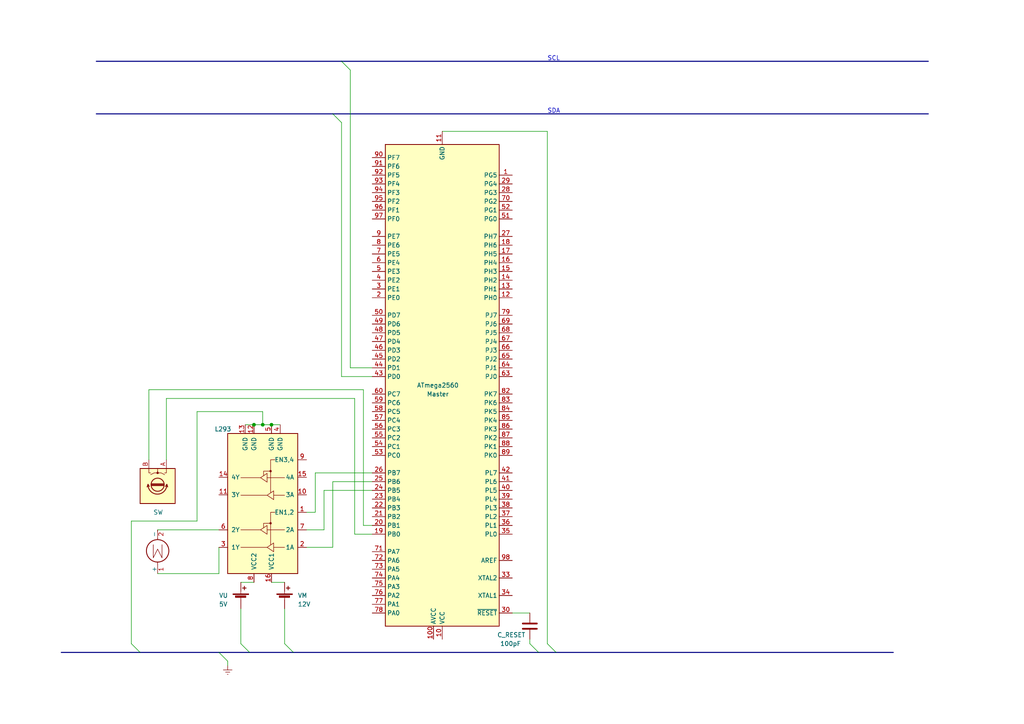
<source format=kicad_sch>
(kicad_sch (version 20211123) (generator eeschema)
  (paper "A4")
  (title_block (title "AMMC Slave controller") (date "2022-02-17"))
  (lib_symbols
    (symbol "Device:Battery_Cell" (pin_numbers hide) (pin_names (offset 0) hide)
      (property "Reference" "BT" (at 2.54 2.54 0))
      (property "Value" "Battery_Cell" (at 2.54 0 0))
      (symbol "Battery_Cell_0_1"
        (rectangle (start -2.286 1.778) (end 2.286 1.524) (fill (type outline)))
        (rectangle (start -1.5748 1.1938) (end 1.4732 0.6858) (fill (type outline)))
        (polyline (pts (xy 0 0.762) (xy 0 0)))
        (polyline (pts (xy 0 1.778) (xy 0 2.54)))
        (polyline (pts (xy 0.508 3.429) (xy 1.524 3.429)) (stroke (width 0.254)))
        (polyline (pts (xy 1.016 3.937) (xy 1.016 2.921)) (stroke (width 0.254)))
      )
      (symbol "Battery_Cell_1_1"
        (pin passive line (at 0 5.08 270) (length 2.54) (name "+") (number "1"))
        (pin passive line (at 0 -2.54 90) (length 2.54) (name "-") (number "2"))
      )
    )
    (symbol "Device:C" (pin_numbers hide) (pin_names (offset 0.254))
      (property "Reference" "C" (at 0.635 2.54 0))
      (property "Value" "C" (at 0.635 -2.54 0))
      (symbol "C_0_1"
        (polyline (pts (xy -2.032 -0.762) (xy 2.032 -0.762)) (stroke (width 0.508)))
        (polyline (pts (xy -2.032 0.762) (xy 2.032 0.762)) (stroke (width 0.508)))
      )
      (symbol "C_1_1"
        (pin passive line (at 0 3.81 270) (length 2.794) (name "~") (number "1"))
        (pin passive line (at 0 -3.81 90) (length 2.794) (name "~") (number "2"))
      )
    )
    (symbol "Device:RotaryEncoder" (pin_names (offset 0.254) hide)
      (property "Reference" "SW" (at -1.27 -7.62 90))
      (symbol "RotaryEncoder_0_1"
        (rectangle (start -5.08 5.08) (end 5.08 -5.08) (stroke (width 0.254)) (fill (type background)))
        (circle (center -3.81 0) (radius 0.254) (fill (type outline)))
        (arc (start -0.381 -2.794) (mid 2.3622 -0.0635) (end -0.381 2.667) (stroke (width 0.254)))
        (circle (center -0.381 0) (radius 1.905) (stroke (width 0.254)))
        (polyline (pts (xy -0.635 -1.778) (xy -0.635 1.778)) (stroke (width 0.254)))
        (polyline (pts (xy -0.381 -1.778) (xy -0.381 1.778)) (stroke (width 0.254)))
        (polyline (pts (xy -0.127 1.778) (xy -0.127 -1.778)) (stroke (width 0.254)))
        (polyline (pts (xy -5.08 -2.54) (xy -3.81 -2.54) (xy -3.81 -2.032)))
        (polyline (pts (xy -5.08 2.54) (xy -3.81 2.54) (xy -3.81 2.032)))
        (polyline (pts (xy 0.254 -3.048) (xy -0.508 -2.794) (xy 0.127 -2.413)) (stroke (width 0.254)))
        (polyline (pts (xy 0.254 2.921) (xy -0.508 2.667) (xy 0.127 2.286)) (stroke (width 0.254)))
        (polyline (pts (xy -5.08 0) (xy -3.81 0) (xy -3.81 -1.016) (xy -3.302 -2.032)))
        (polyline (pts (xy -4.318 0) (xy -3.81 0) (xy -3.81 1.016) (xy -3.302 2.032)))
      )
      (symbol "RotaryEncoder_1_1"
        (pin passive line (at -7.62 2.54 0) (length 2.54) (name "A") (number "A"))
        (pin passive line (at -7.62 -2.54 0) (length 2.54) (name "B") (number "B"))
      )
    )
    (symbol "Driver_Motor:L293" (pin_names (offset 1.016))
      (property "Reference" "U" (at -5.08 26.035 0))
      (property "Value" "L293" (at -5.08 24.13 0))
      (symbol "L293_0_1"
        (rectangle (start -10.16 22.86) (end 10.16 -17.78) (stroke (width 0.254)) (fill (type background)))
        (circle (center -2.286 -6.858) (radius 0.254) (fill (type outline)))
        (circle (center -2.286 8.255) (radius 0.254) (fill (type outline)))
        (polyline (pts (xy -6.35 -4.953) (xy -1.27 -4.953)))
        (polyline (pts (xy -6.35 0.127) (xy -3.175 0.127)))
        (polyline (pts (xy -6.35 10.16) (xy -1.27 10.16)))
        (polyline (pts (xy -6.35 15.24) (xy -3.175 15.24)))
        (polyline (pts (xy -1.27 0.127) (xy 6.35 0.127)))
        (polyline (pts (xy -1.27 15.24) (xy 6.35 15.24)))
        (polyline (pts (xy 0.635 -4.953) (xy 6.35 -4.953)))
        (polyline (pts (xy 0.635 10.16) (xy 6.35 10.16)))
        (polyline (pts (xy -2.286 -6.858) (xy -0.254 -6.858) (xy -0.254 -5.588)))
        (polyline (pts (xy -2.286 -0.635) (xy -2.286 -10.16) (xy -3.556 -10.16)))
        (polyline (pts (xy -2.286 8.255) (xy -0.254 8.255) (xy -0.254 9.525)))
        (polyline (pts (xy -2.286 14.478) (xy -2.286 5.08) (xy -3.556 5.08)))
        (polyline (pts (xy -3.175 1.397) (xy -3.175 -1.143) (xy -1.27 0.127) (xy -3.175 1.397)))
        (polyline (pts (xy -3.175 16.51) (xy -3.175 13.97) (xy -1.27 15.24) (xy -3.175 16.51)))
        (polyline (pts (xy -1.27 -3.683) (xy -1.27 -6.223) (xy 0.635 -4.953) (xy -1.27 -3.683)))
        (polyline (pts (xy -1.27 11.43) (xy -1.27 8.89) (xy 0.635 10.16) (xy -1.27 11.43)))
      )
      (symbol "L293_1_1"
        (pin input line (at -12.7 5.08 0) (length 2.54) (name "EN1,2") (number "1"))
        (pin input line (at -12.7 0 0) (length 2.54) (name "3A") (number "10"))
        (pin output line (at 12.7 0 180) (length 2.54) (name "3Y") (number "11"))
        (pin power_in line (at 2.54 -20.32 90) (length 2.54) (name "GND") (number "12"))
        (pin power_in line (at 5.08 -20.32 90) (length 2.54) (name "GND") (number "13"))
        (pin output line (at 12.7 -5.08 180) (length 2.54) (name "4Y") (number "14"))
        (pin input line (at -12.7 -5.08 0) (length 2.54) (name "4A") (number "15"))
        (pin power_in line (at -2.54 25.4 270) (length 2.54) (name "VCC1") (number "16"))
        (pin input line (at -12.7 15.24 0) (length 2.54) (name "1A") (number "2"))
        (pin output line (at 12.7 15.24 180) (length 2.54) (name "1Y") (number "3"))
        (pin power_in line (at -5.08 -20.32 90) (length 2.54) (name "GND") (number "4"))
        (pin power_in line (at -2.54 -20.32 90) (length 2.54) (name "GND") (number "5"))
        (pin output line (at 12.7 10.16 180) (length 2.54) (name "2Y") (number "6"))
        (pin input line (at -12.7 10.16 0) (length 2.54) (name "2A") (number "7"))
        (pin power_in line (at 2.54 25.4 270) (length 2.54) (name "VCC2") (number "8"))
        (pin input line (at -12.7 -10.16 0) (length 2.54) (name "EN3,4") (number "9"))
      )
    )
    (symbol "MCU_Microchip_ATmega:ATmega2560-16A"
      (property "Reference" "U" (at 0 1.27 0))
      (property "Value" "ATmega2560-16A" (at 0 -1.27 0))
      (symbol "ATmega2560-16A_0_1"
        (rectangle (start -16.51 -69.85) (end 16.51 69.85) (stroke (width 0.254)) (fill (type background)))
      )
      (symbol "ATmega2560-16A_1_1"
        (pin bidirectional line (at -20.32 -60.96 0) (length 3.81) (name "PG5") (number "1"))
        (pin power_in line (at 0 73.66 270) (length 3.81) (name "VCC") (number "10"))
        (pin power_in line (at 2.54 73.66 270) (length 3.81) (name "AVCC") (number "100"))
        (pin power_in line (at 0 -73.66 90) (length 3.81) (name "GND") (number "11"))
        (pin bidirectional line (at -20.32 -25.4 0) (length 3.81) (name "PH0") (number "12"))
        (pin bidirectional line (at -20.32 -27.94 0) (length 3.81) (name "PH1") (number "13"))
        (pin bidirectional line (at -20.32 -30.48 0) (length 3.81) (name "PH2") (number "14"))
        (pin bidirectional line (at -20.32 -33.02 0) (length 3.81) (name "PH3") (number "15"))
        (pin bidirectional line (at -20.32 -35.56 0) (length 3.81) (name "PH4") (number "16"))
        (pin bidirectional line (at -20.32 -38.1 0) (length 3.81) (name "PH5") (number "17"))
        (pin bidirectional line (at -20.32 -40.64 0) (length 3.81) (name "PH6") (number "18"))
        (pin bidirectional line (at 20.32 43.18 180) (length 3.81) (name "PB0") (number "19"))
        (pin bidirectional line (at 20.32 -25.4 180) (length 3.81) (name "PE0") (number "2"))
        (pin bidirectional line (at 20.32 40.64 180) (length 3.81) (name "PB1") (number "20"))
        (pin bidirectional line (at 20.32 38.1 180) (length 3.81) (name "PB2") (number "21"))
        (pin bidirectional line (at 20.32 35.56 180) (length 3.81) (name "PB3") (number "22"))
        (pin bidirectional line (at 20.32 33.02 180) (length 3.81) (name "PB4") (number "23"))
        (pin bidirectional line (at 20.32 30.48 180) (length 3.81) (name "PB5") (number "24"))
        (pin bidirectional line (at 20.32 27.94 180) (length 3.81) (name "PB6") (number "25"))
        (pin bidirectional line (at 20.32 25.4 180) (length 3.81) (name "PB7") (number "26"))
        (pin bidirectional line (at -20.32 -43.18 0) (length 3.81) (name "PH7") (number "27"))
        (pin bidirectional line (at -20.32 -55.88 0) (length 3.81) (name "PG3") (number "28"))
        (pin bidirectional line (at -20.32 -58.42 0) (length 3.81) (name "PG4") (number "29"))
        (pin bidirectional line (at 20.32 -27.94 180) (length 3.81) (name "PE1") (number "3"))
        (pin input line (at -20.32 66.04 0) (length 3.81) (name "~{RESET}") (number "30"))
        (pin passive line (at 0 73.66 270) (length 3.81) hide (name "VCC") (number "31"))
        (pin passive line (at 0 -73.66 90) (length 3.81) hide (name "GND") (number "32"))
        (pin output line (at -20.32 55.88 0) (length 3.81) (name "XTAL2") (number "33"))
        (pin input line (at -20.32 60.96 0) (length 3.81) (name "XTAL1") (number "34"))
        (pin bidirectional line (at -20.32 43.18 0) (length 3.81) (name "PL0") (number "35"))
        (pin bidirectional line (at -20.32 40.64 0) (length 3.81) (name "PL1") (number "36"))
        (pin bidirectional line (at -20.32 38.1 0) (length 3.81) (name "PL2") (number "37"))
        (pin bidirectional line (at -20.32 35.56 0) (length 3.81) (name "PL3") (number "38"))
        (pin bidirectional line (at -20.32 33.02 0) (length 3.81) (name "PL4") (number "39"))
        (pin bidirectional line (at 20.32 -30.48 180) (length 3.81) (name "PE2") (number "4"))
        (pin bidirectional line (at -20.32 30.48 0) (length 3.81) (name "PL5") (number "40"))
        (pin bidirectional line (at -20.32 27.94 0) (length 3.81) (name "PL6") (number "41"))
        (pin bidirectional line (at -20.32 25.4 0) (length 3.81) (name "PL7") (number "42"))
        (pin bidirectional line (at 20.32 -2.54 180) (length 3.81) (name "PD0") (number "43"))
        (pin bidirectional line (at 20.32 -5.08 180) (length 3.81) (name "PD1") (number "44"))
        (pin bidirectional line (at 20.32 -7.62 180) (length 3.81) (name "PD2") (number "45"))
        (pin bidirectional line (at 20.32 -10.16 180) (length 3.81) (name "PD3") (number "46"))
        (pin bidirectional line (at 20.32 -12.7 180) (length 3.81) (name "PD4") (number "47"))
        (pin bidirectional line (at 20.32 -15.24 180) (length 3.81) (name "PD5") (number "48"))
        (pin bidirectional line (at 20.32 -17.78 180) (length 3.81) (name "PD6") (number "49"))
        (pin bidirectional line (at 20.32 -33.02 180) (length 3.81) (name "PE3") (number "5"))
        (pin bidirectional line (at 20.32 -20.32 180) (length 3.81) (name "PD7") (number "50"))
        (pin bidirectional line (at -20.32 -48.26 0) (length 3.81) (name "PG0") (number "51"))
        (pin bidirectional line (at -20.32 -50.8 0) (length 3.81) (name "PG1") (number "52"))
        (pin bidirectional line (at 20.32 20.32 180) (length 3.81) (name "PC0") (number "53"))
        (pin bidirectional line (at 20.32 17.78 180) (length 3.81) (name "PC1") (number "54"))
        (pin bidirectional line (at 20.32 15.24 180) (length 3.81) (name "PC2") (number "55"))
        (pin bidirectional line (at 20.32 12.7 180) (length 3.81) (name "PC3") (number "56"))
        (pin bidirectional line (at 20.32 10.16 180) (length 3.81) (name "PC4") (number "57"))
        (pin bidirectional line (at 20.32 7.62 180) (length 3.81) (name "PC5") (number "58"))
        (pin bidirectional line (at 20.32 5.08 180) (length 3.81) (name "PC6") (number "59"))
        (pin bidirectional line (at 20.32 -35.56 180) (length 3.81) (name "PE4") (number "6"))
        (pin bidirectional line (at 20.32 2.54 180) (length 3.81) (name "PC7") (number "60"))
        (pin passive line (at 0 73.66 270) (length 3.81) hide (name "VCC") (number "61"))
        (pin passive line (at 0 -73.66 90) (length 3.81) hide (name "GND") (number "62"))
        (pin bidirectional line (at -20.32 -2.54 0) (length 3.81) (name "PJ0") (number "63"))
        (pin bidirectional line (at -20.32 -5.08 0) (length 3.81) (name "PJ1") (number "64"))
        (pin bidirectional line (at -20.32 -7.62 0) (length 3.81) (name "PJ2") (number "65"))
        (pin bidirectional line (at -20.32 -10.16 0) (length 3.81) (name "PJ3") (number "66"))
        (pin bidirectional line (at -20.32 -12.7 0) (length 3.81) (name "PJ4") (number "67"))
        (pin bidirectional line (at -20.32 -15.24 0) (length 3.81) (name "PJ5") (number "68"))
        (pin bidirectional line (at -20.32 -17.78 0) (length 3.81) (name "PJ6") (number "69"))
        (pin bidirectional line (at 20.32 -38.1 180) (length 3.81) (name "PE5") (number "7"))
        (pin bidirectional line (at -20.32 -53.34 0) (length 3.81) (name "PG2") (number "70"))
        (pin bidirectional line (at 20.32 48.26 180) (length 3.81) (name "PA7") (number "71"))
        (pin bidirectional line (at 20.32 50.8 180) (length 3.81) (name "PA6") (number "72"))
        (pin bidirectional line (at 20.32 53.34 180) (length 3.81) (name "PA5") (number "73"))
        (pin bidirectional line (at 20.32 55.88 180) (length 3.81) (name "PA4") (number "74"))
        (pin bidirectional line (at 20.32 58.42 180) (length 3.81) (name "PA3") (number "75"))
        (pin bidirectional line (at 20.32 60.96 180) (length 3.81) (name "PA2") (number "76"))
        (pin bidirectional line (at 20.32 63.5 180) (length 3.81) (name "PA1") (number "77"))
        (pin bidirectional line (at 20.32 66.04 180) (length 3.81) (name "PA0") (number "78"))
        (pin bidirectional line (at -20.32 -20.32 0) (length 3.81) (name "PJ7") (number "79"))
        (pin bidirectional line (at 20.32 -40.64 180) (length 3.81) (name "PE6") (number "8"))
        (pin passive line (at 0 73.66 270) (length 3.81) hide (name "VCC") (number "80"))
        (pin passive line (at 0 -73.66 90) (length 3.81) hide (name "GND") (number "81"))
        (pin bidirectional line (at -20.32 2.54 0) (length 3.81) (name "PK7") (number "82"))
        (pin bidirectional line (at -20.32 5.08 0) (length 3.81) (name "PK6") (number "83"))
        (pin bidirectional line (at -20.32 7.62 0) (length 3.81) (name "PK5") (number "84"))
        (pin bidirectional line (at -20.32 10.16 0) (length 3.81) (name "PK4") (number "85"))
        (pin bidirectional line (at -20.32 12.7 0) (length 3.81) (name "PK3") (number "86"))
        (pin bidirectional line (at -20.32 15.24 0) (length 3.81) (name "PK2") (number "87"))
        (pin bidirectional line (at -20.32 17.78 0) (length 3.81) (name "PK1") (number "88"))
        (pin bidirectional line (at -20.32 20.32 0) (length 3.81) (name "PK0") (number "89"))
        (pin bidirectional line (at 20.32 -43.18 180) (length 3.81) (name "PE7") (number "9"))
        (pin bidirectional line (at 20.32 -66.04 180) (length 3.81) (name "PF7") (number "90"))
        (pin bidirectional line (at 20.32 -63.5 180) (length 3.81) (name "PF6") (number "91"))
        (pin bidirectional line (at 20.32 -60.96 180) (length 3.81) (name "PF5") (number "92"))
        (pin bidirectional line (at 20.32 -58.42 180) (length 3.81) (name "PF4") (number "93"))
        (pin bidirectional line (at 20.32 -55.88 180) (length 3.81) (name "PF3") (number "94"))
        (pin bidirectional line (at 20.32 -53.34 180) (length 3.81) (name "PF2") (number "95"))
        (pin bidirectional line (at 20.32 -50.8 180) (length 3.81) (name "PF1") (number "96"))
        (pin bidirectional line (at 20.32 -48.26 180) (length 3.81) (name "PF0") (number "97"))
        (pin passive line (at -20.32 50.8 0) (length 3.81) (name "AREF") (number "98"))
        (pin passive line (at 0 -73.66 90) (length 3.81) hide (name "GND") (number "99"))
      )
    )
    (symbol "Motor:Motor_DC" (pin_names (offset 0))
      (property "Reference" "M" (at 2.54 2.54 0))
      (property "Value" "Motor_DC" (at 2.54 -5.08 0))
      (symbol "Motor_DC_0_0"
        (polyline (pts (xy -1.27 -3.302) (xy -1.27 0.508) (xy 0 -2.032) (xy 1.27 0.508) (xy 1.27 -3.302)))
      )
      (symbol "Motor_DC_0_1"
        (circle (center 0 -1.524) (radius 3.2512) (stroke (width 0.254)))
        (polyline (pts (xy 0 -7.62) (xy 0 -7.112)))
        (polyline (pts (xy 0 -4.7752) (xy 0 -5.1816)))
        (polyline (pts (xy 0 1.7272) (xy 0 2.0828)))
        (polyline (pts (xy 0 2.032) (xy 0 2.54)))
      )
      (symbol "Motor_DC_1_1"
        (pin passive line (at 0 5.08 270) (length 2.54) (name "+") (number "1"))
        (pin passive line (at 0 -7.62 90) (length 2.54) (name "-") (number "2"))
      )
    )
    (symbol "power:Earth" (power) (pin_names (offset 0))
      (symbol "Earth_0_1"
        (polyline (pts (xy -0.635 -1.905) (xy 0.635 -1.905)))
        (polyline (pts (xy -0.127 -2.54) (xy 0.127 -2.54)))
        (polyline (pts (xy 0 -1.27) (xy 0 0)))
        (polyline (pts (xy 1.27 -1.27) (xy -1.27 -1.27)))
      )
      (symbol "Earth_1_1"
        (pin power_in line (at 0 0 270) (length 0) hide (name "Earth") (number "1"))
      )
    )
  )
  (junction (at 73.66 123.19))
  (junction (at 78.74 123.19))
  (junction (at 76.2 123.19))
  (bus_entry (at 158.75 186.69) (size 2.54 2.54))
  (bus_entry (at 153.67 186.69) (size 2.54 2.54))
  (bus_entry (at 38.1 186.69) (size 2.54 2.54))
  (bus_entry (at 82.55 186.69) (size 2.54 2.54))
  (bus_entry (at 63.5 189.23) (size 2.54 2.54))
  (bus_entry (at 69.85 186.69) (size 2.54 2.54))
  (bus_entry (at 96.52 33.02) (size 2.54 2.54))
  (bus_entry (at 99.06 17.78) (size 2.54 2.54))
  (wire (pts (xy 88.9 148.59) (xy 91.44 148.59)))
  (bus (pts (xy 27.94 17.78) (xy 99.06 17.78)))
  (bus (pts (xy 156.21 189.23) (xy 161.29 189.23)))
  (wire (pts (xy 63.5 158.75) (xy 63.5 166.37)))
  (wire (pts (xy 107.95 139.7) (xy 96.52 139.7)))
  (wire (pts (xy 105.41 152.4) (xy 105.41 113.03)))
  (wire (pts (xy 45.72 166.37) (xy 63.5 166.37)))
  (wire (pts (xy 93.98 153.67) (xy 93.98 142.24)))
  (wire (pts (xy 158.75 38.1) (xy 158.75 186.69)))
  (wire (pts (xy 57.15 119.38) (xy 57.15 151.13)))
  (bus (pts (xy 63.5 189.23) (xy 72.39 189.23)))
  (wire (pts (xy 82.55 168.91) (xy 78.74 168.91)))
  (wire (pts (xy 76.2 123.19) (xy 76.2 119.38)))
  (wire (pts (xy 57.15 151.13) (xy 38.1 151.13)))
  (wire (pts (xy 105.41 113.03) (xy 43.18 113.03)))
  (wire (pts (xy 76.2 119.38) (xy 57.15 119.38)))
  (bus (pts (xy 85.09 189.23) (xy 156.21 189.23)))
  (wire (pts (xy 78.74 123.19) (xy 76.2 123.19)))
  (bus (pts (xy 99.06 17.78) (xy 269.24 17.78)))
  (wire (pts (xy 107.95 152.4) (xy 105.41 152.4)))
  (wire (pts (xy 43.18 113.03) (xy 43.18 133.35)))
  (wire (pts (xy 128.27 38.1) (xy 158.75 38.1)))
  (wire (pts (xy 102.87 154.94) (xy 107.95 154.94)))
  (wire (pts (xy 99.06 109.22) (xy 107.95 109.22)))
  (wire (pts (xy 88.9 153.67) (xy 93.98 153.67)))
  (wire (pts (xy 48.26 133.35) (xy 48.26 115.57)))
  (wire (pts (xy 69.85 176.53) (xy 69.85 186.69)))
  (wire (pts (xy 96.52 158.75) (xy 88.9 158.75)))
  (wire (pts (xy 91.44 137.16) (xy 107.95 137.16)))
  (wire (pts (xy 101.6 20.32) (xy 101.6 106.68)))
  (wire (pts (xy 102.87 115.57) (xy 102.87 154.94)))
  (wire (pts (xy 99.06 35.56) (xy 99.06 109.22)))
  (bus (pts (xy 96.52 33.02) (xy 269.24 33.02)))
  (wire (pts (xy 38.1 151.13) (xy 38.1 186.69)))
  (bus (pts (xy 161.29 189.23) (xy 259.08 189.23)))
  (wire (pts (xy 81.28 123.19) (xy 78.74 123.19)))
  (wire (pts (xy 107.95 106.68) (xy 101.6 106.68)))
  (bus (pts (xy 17.78 189.23) (xy 40.64 189.23)))
  (wire (pts (xy 48.26 115.57) (xy 102.87 115.57)))
  (wire (pts (xy 153.67 185.42) (xy 153.67 186.69)))
  (wire (pts (xy 66.04 191.77) (xy 66.04 193.04)))
  (bus (pts (xy 27.94 33.02) (xy 96.52 33.02)))
  (wire (pts (xy 93.98 142.24) (xy 107.95 142.24)))
  (wire (pts (xy 96.52 139.7) (xy 96.52 158.75)))
  (wire (pts (xy 76.2 123.19) (xy 73.66 123.19)))
  (wire (pts (xy 148.59 177.8) (xy 153.67 177.8)))
  (wire (pts (xy 69.85 168.91) (xy 73.66 168.91)))
  (bus (pts (xy 40.64 189.23) (xy 63.5 189.23)))
  (wire (pts (xy 45.72 153.67) (xy 63.5 153.67)))
  (wire (pts (xy 91.44 148.59) (xy 91.44 137.16)))
  (wire (pts (xy 73.66 123.19) (xy 71.12 123.19)))
  (bus (pts (xy 72.39 189.23) (xy 85.09 189.23)))
  (wire (pts (xy 82.55 176.53) (xy 82.55 186.69)))
  (text "SCL" (at 158.75 17.78 0) (effects (font (size 1.27 1.27)) (justify left bottom)))
  (text "SDA" (at 158.75 33.02 0) (effects (font (size 1.27 1.27)) (justify left bottom)))
  (symbol (lib_id "power:Earth") (at 66.04 193.04 0) (unit 1)
    (property "Reference" "#PWR?" (effects hide))
    (property "Value" "Earth" (effects hide))
  )
  (symbol (lib_id "Motor:Motor_DC") (at 45.72 161.29 180) (unit 1)
    (property "Reference" "M" (effects hide))
    (property "Value" "Motor_DC" (effects hide))
  )
  (symbol (lib_id "Device:RotaryEncoder") (at 45.72 140.97 270) (unit 1)
    (property "Reference" "SW" (at 44.45 148.59 90) (effects (justify left)))
    (property "Value" "RotaryEncoder" (effects hide))
  )
  (symbol (lib_id "Device:Battery_Cell") (at 82.55 173.99 0) (unit 1)
    (property "Reference" "VM" (at 86.36 172.72 0) (effects (justify left)))
    (property "Value" "12V" (at 86.36 175.26 0) (effects (justify left)))
  )
  (symbol (lib_id "MCU_Microchip_ATmega:ATmega2560-16A") (at 128.27 111.76 180) (unit 1)
    (property "Reference" "Master" (at 127 114.3 0))
    (property "Value" "ATmega2560" (at 127 111.76 0))
    (property "Footprint" "Package_QFP:TQFP-100_14x14mm_P0.5mm" (effects hide))
    (property "Datasheet" "http://ww1.microchip.com/downloads/en/DeviceDoc/Atmel-2549-8-bit-AVR-Microcontroller-ATmega640-1280-1281-2560-2561_datasheet.pdf" (effects hide))
  )
  (symbol (lib_id "Device:Battery_Cell") (at 69.85 173.99 0) (unit 1)
    (property "Reference" "VU" (at 63.5 172.72 0) (effects (justify left)))
    (property "Value" "5V" (at 63.5 175.26 0) (effects (justify left)))
  )
  (symbol (lib_id "Driver_Motor:L293") (at 76.2 143.51 180) (unit 1)
    (property "Reference" "U?" (effects hide))
    (property "Value" "L293" (at 62.23 124.46 0) (effects (justify right)))
    (property "Footprint" "Package_DIP:DIP-16_W7.62mm" (effects hide))
    (property "Datasheet" "http://www.ti.com/lit/ds/symlink/l293.pdf" (effects hide))
  )
  (symbol (lib_id "Device:C") (at 153.67 181.61 0) (unit 1)
    (property "Reference" "C_RESET" (at 152.4 184.15 0) (effects (justify right)))
    (property "Value" "100pF" (at 151.13 186.69 0) (effects (justify right)))
  )
)
</source>
